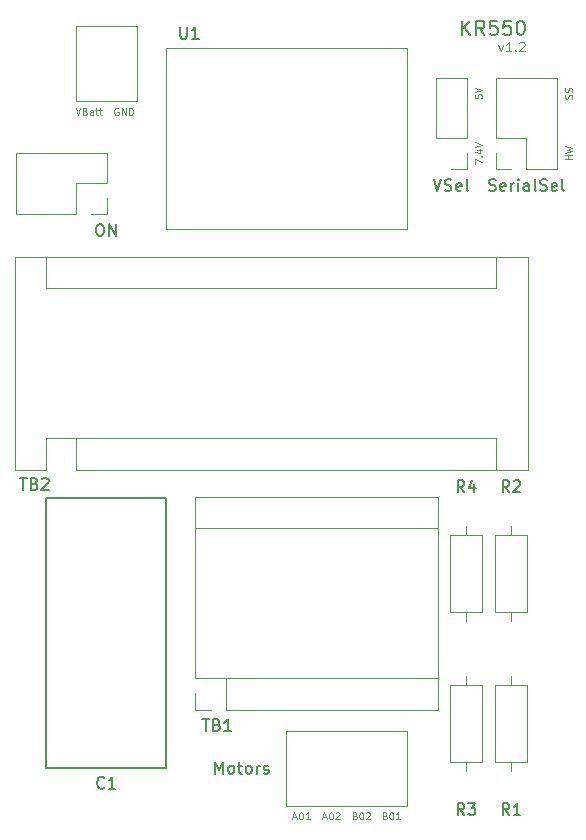
<source format=gto>
G04 #@! TF.GenerationSoftware,KiCad,Pcbnew,5.0.2+dfsg1-1~bpo9+1*
G04 #@! TF.CreationDate,2019-05-23T13:43:39+01:00*
G04 #@! TF.ProjectId,pcb01,70636230-312e-46b6-9963-61645f706362,rev?*
G04 #@! TF.SameCoordinates,Original*
G04 #@! TF.FileFunction,Legend,Top*
G04 #@! TF.FilePolarity,Positive*
%FSLAX46Y46*%
G04 Gerber Fmt 4.6, Leading zero omitted, Abs format (unit mm)*
G04 Created by KiCad (PCBNEW 5.0.2+dfsg1-1~bpo9+1) date Thu 23 May 2019 13:43:39 BST*
%MOMM*%
%LPD*%
G01*
G04 APERTURE LIST*
%ADD10C,0.100000*%
%ADD11C,0.150000*%
%ADD12C,0.120000*%
G04 APERTURE END LIST*
D10*
X137335000Y-45448571D02*
X137525476Y-45981904D01*
X137715952Y-45448571D01*
X138439761Y-45981904D02*
X137982619Y-45981904D01*
X138211190Y-45981904D02*
X138211190Y-45181904D01*
X138135000Y-45296190D01*
X138058809Y-45372380D01*
X137982619Y-45410476D01*
X138782619Y-45905714D02*
X138820714Y-45943809D01*
X138782619Y-45981904D01*
X138744523Y-45943809D01*
X138782619Y-45905714D01*
X138782619Y-45981904D01*
X139125476Y-45258095D02*
X139163571Y-45220000D01*
X139239761Y-45181904D01*
X139430238Y-45181904D01*
X139506428Y-45220000D01*
X139544523Y-45258095D01*
X139582619Y-45334285D01*
X139582619Y-45410476D01*
X139544523Y-45524761D01*
X139087380Y-45981904D01*
X139582619Y-45981904D01*
D11*
X134259642Y-44592857D02*
X134259642Y-43392857D01*
X134945357Y-44592857D02*
X134431071Y-43907142D01*
X134945357Y-43392857D02*
X134259642Y-44078571D01*
X136145357Y-44592857D02*
X135745357Y-44021428D01*
X135459642Y-44592857D02*
X135459642Y-43392857D01*
X135916785Y-43392857D01*
X136031071Y-43450000D01*
X136088214Y-43507142D01*
X136145357Y-43621428D01*
X136145357Y-43792857D01*
X136088214Y-43907142D01*
X136031071Y-43964285D01*
X135916785Y-44021428D01*
X135459642Y-44021428D01*
X137231071Y-43392857D02*
X136659642Y-43392857D01*
X136602500Y-43964285D01*
X136659642Y-43907142D01*
X136773928Y-43850000D01*
X137059642Y-43850000D01*
X137173928Y-43907142D01*
X137231071Y-43964285D01*
X137288214Y-44078571D01*
X137288214Y-44364285D01*
X137231071Y-44478571D01*
X137173928Y-44535714D01*
X137059642Y-44592857D01*
X136773928Y-44592857D01*
X136659642Y-44535714D01*
X136602500Y-44478571D01*
X138373928Y-43392857D02*
X137802500Y-43392857D01*
X137745357Y-43964285D01*
X137802500Y-43907142D01*
X137916785Y-43850000D01*
X138202500Y-43850000D01*
X138316785Y-43907142D01*
X138373928Y-43964285D01*
X138431071Y-44078571D01*
X138431071Y-44364285D01*
X138373928Y-44478571D01*
X138316785Y-44535714D01*
X138202500Y-44592857D01*
X137916785Y-44592857D01*
X137802500Y-44535714D01*
X137745357Y-44478571D01*
X139173928Y-43392857D02*
X139288214Y-43392857D01*
X139402500Y-43450000D01*
X139459642Y-43507142D01*
X139516785Y-43621428D01*
X139573928Y-43850000D01*
X139573928Y-44135714D01*
X139516785Y-44364285D01*
X139459642Y-44478571D01*
X139402500Y-44535714D01*
X139288214Y-44592857D01*
X139173928Y-44592857D01*
X139059642Y-44535714D01*
X139002500Y-44478571D01*
X138945357Y-44364285D01*
X138888214Y-44135714D01*
X138888214Y-43850000D01*
X138945357Y-43621428D01*
X139002500Y-43507142D01*
X139059642Y-43450000D01*
X139173928Y-43392857D01*
D10*
X127741428Y-110697142D02*
X127827142Y-110725714D01*
X127855714Y-110754285D01*
X127884285Y-110811428D01*
X127884285Y-110897142D01*
X127855714Y-110954285D01*
X127827142Y-110982857D01*
X127770000Y-111011428D01*
X127541428Y-111011428D01*
X127541428Y-110411428D01*
X127741428Y-110411428D01*
X127798571Y-110440000D01*
X127827142Y-110468571D01*
X127855714Y-110525714D01*
X127855714Y-110582857D01*
X127827142Y-110640000D01*
X127798571Y-110668571D01*
X127741428Y-110697142D01*
X127541428Y-110697142D01*
X128255714Y-110411428D02*
X128312857Y-110411428D01*
X128370000Y-110440000D01*
X128398571Y-110468571D01*
X128427142Y-110525714D01*
X128455714Y-110640000D01*
X128455714Y-110782857D01*
X128427142Y-110897142D01*
X128398571Y-110954285D01*
X128370000Y-110982857D01*
X128312857Y-111011428D01*
X128255714Y-111011428D01*
X128198571Y-110982857D01*
X128170000Y-110954285D01*
X128141428Y-110897142D01*
X128112857Y-110782857D01*
X128112857Y-110640000D01*
X128141428Y-110525714D01*
X128170000Y-110468571D01*
X128198571Y-110440000D01*
X128255714Y-110411428D01*
X129027142Y-111011428D02*
X128684285Y-111011428D01*
X128855714Y-111011428D02*
X128855714Y-110411428D01*
X128798571Y-110497142D01*
X128741428Y-110554285D01*
X128684285Y-110582857D01*
X125201428Y-110697142D02*
X125287142Y-110725714D01*
X125315714Y-110754285D01*
X125344285Y-110811428D01*
X125344285Y-110897142D01*
X125315714Y-110954285D01*
X125287142Y-110982857D01*
X125230000Y-111011428D01*
X125001428Y-111011428D01*
X125001428Y-110411428D01*
X125201428Y-110411428D01*
X125258571Y-110440000D01*
X125287142Y-110468571D01*
X125315714Y-110525714D01*
X125315714Y-110582857D01*
X125287142Y-110640000D01*
X125258571Y-110668571D01*
X125201428Y-110697142D01*
X125001428Y-110697142D01*
X125715714Y-110411428D02*
X125772857Y-110411428D01*
X125830000Y-110440000D01*
X125858571Y-110468571D01*
X125887142Y-110525714D01*
X125915714Y-110640000D01*
X125915714Y-110782857D01*
X125887142Y-110897142D01*
X125858571Y-110954285D01*
X125830000Y-110982857D01*
X125772857Y-111011428D01*
X125715714Y-111011428D01*
X125658571Y-110982857D01*
X125630000Y-110954285D01*
X125601428Y-110897142D01*
X125572857Y-110782857D01*
X125572857Y-110640000D01*
X125601428Y-110525714D01*
X125630000Y-110468571D01*
X125658571Y-110440000D01*
X125715714Y-110411428D01*
X126144285Y-110468571D02*
X126172857Y-110440000D01*
X126230000Y-110411428D01*
X126372857Y-110411428D01*
X126430000Y-110440000D01*
X126458571Y-110468571D01*
X126487142Y-110525714D01*
X126487142Y-110582857D01*
X126458571Y-110668571D01*
X126115714Y-111011428D01*
X126487142Y-111011428D01*
X122475714Y-110840000D02*
X122761428Y-110840000D01*
X122418571Y-111011428D02*
X122618571Y-110411428D01*
X122818571Y-111011428D01*
X123132857Y-110411428D02*
X123190000Y-110411428D01*
X123247142Y-110440000D01*
X123275714Y-110468571D01*
X123304285Y-110525714D01*
X123332857Y-110640000D01*
X123332857Y-110782857D01*
X123304285Y-110897142D01*
X123275714Y-110954285D01*
X123247142Y-110982857D01*
X123190000Y-111011428D01*
X123132857Y-111011428D01*
X123075714Y-110982857D01*
X123047142Y-110954285D01*
X123018571Y-110897142D01*
X122990000Y-110782857D01*
X122990000Y-110640000D01*
X123018571Y-110525714D01*
X123047142Y-110468571D01*
X123075714Y-110440000D01*
X123132857Y-110411428D01*
X123561428Y-110468571D02*
X123590000Y-110440000D01*
X123647142Y-110411428D01*
X123790000Y-110411428D01*
X123847142Y-110440000D01*
X123875714Y-110468571D01*
X123904285Y-110525714D01*
X123904285Y-110582857D01*
X123875714Y-110668571D01*
X123532857Y-111011428D01*
X123904285Y-111011428D01*
X119935714Y-110840000D02*
X120221428Y-110840000D01*
X119878571Y-111011428D02*
X120078571Y-110411428D01*
X120278571Y-111011428D01*
X120592857Y-110411428D02*
X120650000Y-110411428D01*
X120707142Y-110440000D01*
X120735714Y-110468571D01*
X120764285Y-110525714D01*
X120792857Y-110640000D01*
X120792857Y-110782857D01*
X120764285Y-110897142D01*
X120735714Y-110954285D01*
X120707142Y-110982857D01*
X120650000Y-111011428D01*
X120592857Y-111011428D01*
X120535714Y-110982857D01*
X120507142Y-110954285D01*
X120478571Y-110897142D01*
X120450000Y-110782857D01*
X120450000Y-110640000D01*
X120478571Y-110525714D01*
X120507142Y-110468571D01*
X120535714Y-110440000D01*
X120592857Y-110411428D01*
X121364285Y-111011428D02*
X121021428Y-111011428D01*
X121192857Y-111011428D02*
X121192857Y-110411428D01*
X121135714Y-110497142D01*
X121078571Y-110554285D01*
X121021428Y-110582857D01*
D11*
X113365595Y-107132380D02*
X113365595Y-106132380D01*
X113698928Y-106846666D01*
X114032261Y-106132380D01*
X114032261Y-107132380D01*
X114651309Y-107132380D02*
X114556071Y-107084761D01*
X114508452Y-107037142D01*
X114460833Y-106941904D01*
X114460833Y-106656190D01*
X114508452Y-106560952D01*
X114556071Y-106513333D01*
X114651309Y-106465714D01*
X114794166Y-106465714D01*
X114889404Y-106513333D01*
X114937023Y-106560952D01*
X114984642Y-106656190D01*
X114984642Y-106941904D01*
X114937023Y-107037142D01*
X114889404Y-107084761D01*
X114794166Y-107132380D01*
X114651309Y-107132380D01*
X115270357Y-106465714D02*
X115651309Y-106465714D01*
X115413214Y-106132380D02*
X115413214Y-106989523D01*
X115460833Y-107084761D01*
X115556071Y-107132380D01*
X115651309Y-107132380D01*
X116127500Y-107132380D02*
X116032261Y-107084761D01*
X115984642Y-107037142D01*
X115937023Y-106941904D01*
X115937023Y-106656190D01*
X115984642Y-106560952D01*
X116032261Y-106513333D01*
X116127500Y-106465714D01*
X116270357Y-106465714D01*
X116365595Y-106513333D01*
X116413214Y-106560952D01*
X116460833Y-106656190D01*
X116460833Y-106941904D01*
X116413214Y-107037142D01*
X116365595Y-107084761D01*
X116270357Y-107132380D01*
X116127500Y-107132380D01*
X116889404Y-107132380D02*
X116889404Y-106465714D01*
X116889404Y-106656190D02*
X116937023Y-106560952D01*
X116984642Y-106513333D01*
X117079880Y-106465714D01*
X117175119Y-106465714D01*
X117460833Y-107084761D02*
X117556071Y-107132380D01*
X117746547Y-107132380D01*
X117841785Y-107084761D01*
X117889404Y-106989523D01*
X117889404Y-106941904D01*
X117841785Y-106846666D01*
X117746547Y-106799047D01*
X117603690Y-106799047D01*
X117508452Y-106751428D01*
X117460833Y-106656190D01*
X117460833Y-106608571D01*
X117508452Y-106513333D01*
X117603690Y-106465714D01*
X117746547Y-106465714D01*
X117841785Y-106513333D01*
D10*
X135361428Y-55495714D02*
X135361428Y-55095714D01*
X135961428Y-55352857D01*
X135904285Y-54867142D02*
X135932857Y-54838571D01*
X135961428Y-54867142D01*
X135932857Y-54895714D01*
X135904285Y-54867142D01*
X135961428Y-54867142D01*
X135561428Y-54324285D02*
X135961428Y-54324285D01*
X135332857Y-54467142D02*
X135761428Y-54610000D01*
X135761428Y-54238571D01*
X135361428Y-54095714D02*
X135961428Y-53895714D01*
X135361428Y-53695714D01*
X135361428Y-49644285D02*
X135361428Y-49930000D01*
X135647142Y-49958571D01*
X135618571Y-49930000D01*
X135590000Y-49872857D01*
X135590000Y-49730000D01*
X135618571Y-49672857D01*
X135647142Y-49644285D01*
X135704285Y-49615714D01*
X135847142Y-49615714D01*
X135904285Y-49644285D01*
X135932857Y-49672857D01*
X135961428Y-49730000D01*
X135961428Y-49872857D01*
X135932857Y-49930000D01*
X135904285Y-49958571D01*
X135361428Y-49444285D02*
X135961428Y-49244285D01*
X135361428Y-49044285D01*
D11*
X131850000Y-56802380D02*
X132183333Y-57802380D01*
X132516666Y-56802380D01*
X132802380Y-57754761D02*
X132945238Y-57802380D01*
X133183333Y-57802380D01*
X133278571Y-57754761D01*
X133326190Y-57707142D01*
X133373809Y-57611904D01*
X133373809Y-57516666D01*
X133326190Y-57421428D01*
X133278571Y-57373809D01*
X133183333Y-57326190D01*
X132992857Y-57278571D01*
X132897619Y-57230952D01*
X132850000Y-57183333D01*
X132802380Y-57088095D01*
X132802380Y-56992857D01*
X132850000Y-56897619D01*
X132897619Y-56850000D01*
X132992857Y-56802380D01*
X133230952Y-56802380D01*
X133373809Y-56850000D01*
X134183333Y-57754761D02*
X134088095Y-57802380D01*
X133897619Y-57802380D01*
X133802380Y-57754761D01*
X133754761Y-57659523D01*
X133754761Y-57278571D01*
X133802380Y-57183333D01*
X133897619Y-57135714D01*
X134088095Y-57135714D01*
X134183333Y-57183333D01*
X134230952Y-57278571D01*
X134230952Y-57373809D01*
X133754761Y-57469047D01*
X134802380Y-57802380D02*
X134707142Y-57754761D01*
X134659523Y-57659523D01*
X134659523Y-56802380D01*
X136557142Y-57754761D02*
X136700000Y-57802380D01*
X136938095Y-57802380D01*
X137033333Y-57754761D01*
X137080952Y-57707142D01*
X137128571Y-57611904D01*
X137128571Y-57516666D01*
X137080952Y-57421428D01*
X137033333Y-57373809D01*
X136938095Y-57326190D01*
X136747619Y-57278571D01*
X136652380Y-57230952D01*
X136604761Y-57183333D01*
X136557142Y-57088095D01*
X136557142Y-56992857D01*
X136604761Y-56897619D01*
X136652380Y-56850000D01*
X136747619Y-56802380D01*
X136985714Y-56802380D01*
X137128571Y-56850000D01*
X137938095Y-57754761D02*
X137842857Y-57802380D01*
X137652380Y-57802380D01*
X137557142Y-57754761D01*
X137509523Y-57659523D01*
X137509523Y-57278571D01*
X137557142Y-57183333D01*
X137652380Y-57135714D01*
X137842857Y-57135714D01*
X137938095Y-57183333D01*
X137985714Y-57278571D01*
X137985714Y-57373809D01*
X137509523Y-57469047D01*
X138414285Y-57802380D02*
X138414285Y-57135714D01*
X138414285Y-57326190D02*
X138461904Y-57230952D01*
X138509523Y-57183333D01*
X138604761Y-57135714D01*
X138700000Y-57135714D01*
X139033333Y-57802380D02*
X139033333Y-57135714D01*
X139033333Y-56802380D02*
X138985714Y-56850000D01*
X139033333Y-56897619D01*
X139080952Y-56850000D01*
X139033333Y-56802380D01*
X139033333Y-56897619D01*
X139938095Y-57802380D02*
X139938095Y-57278571D01*
X139890476Y-57183333D01*
X139795238Y-57135714D01*
X139604761Y-57135714D01*
X139509523Y-57183333D01*
X139938095Y-57754761D02*
X139842857Y-57802380D01*
X139604761Y-57802380D01*
X139509523Y-57754761D01*
X139461904Y-57659523D01*
X139461904Y-57564285D01*
X139509523Y-57469047D01*
X139604761Y-57421428D01*
X139842857Y-57421428D01*
X139938095Y-57373809D01*
X140557142Y-57802380D02*
X140461904Y-57754761D01*
X140414285Y-57659523D01*
X140414285Y-56802380D01*
X140890476Y-57754761D02*
X141033333Y-57802380D01*
X141271428Y-57802380D01*
X141366666Y-57754761D01*
X141414285Y-57707142D01*
X141461904Y-57611904D01*
X141461904Y-57516666D01*
X141414285Y-57421428D01*
X141366666Y-57373809D01*
X141271428Y-57326190D01*
X141080952Y-57278571D01*
X140985714Y-57230952D01*
X140938095Y-57183333D01*
X140890476Y-57088095D01*
X140890476Y-56992857D01*
X140938095Y-56897619D01*
X140985714Y-56850000D01*
X141080952Y-56802380D01*
X141319047Y-56802380D01*
X141461904Y-56850000D01*
X142271428Y-57754761D02*
X142176190Y-57802380D01*
X141985714Y-57802380D01*
X141890476Y-57754761D01*
X141842857Y-57659523D01*
X141842857Y-57278571D01*
X141890476Y-57183333D01*
X141985714Y-57135714D01*
X142176190Y-57135714D01*
X142271428Y-57183333D01*
X142319047Y-57278571D01*
X142319047Y-57373809D01*
X141842857Y-57469047D01*
X142890476Y-57802380D02*
X142795238Y-57754761D01*
X142747619Y-57659523D01*
X142747619Y-56802380D01*
D10*
X143552857Y-49987142D02*
X143581428Y-49901428D01*
X143581428Y-49758571D01*
X143552857Y-49701428D01*
X143524285Y-49672857D01*
X143467142Y-49644285D01*
X143410000Y-49644285D01*
X143352857Y-49672857D01*
X143324285Y-49701428D01*
X143295714Y-49758571D01*
X143267142Y-49872857D01*
X143238571Y-49930000D01*
X143210000Y-49958571D01*
X143152857Y-49987142D01*
X143095714Y-49987142D01*
X143038571Y-49958571D01*
X143010000Y-49930000D01*
X142981428Y-49872857D01*
X142981428Y-49730000D01*
X143010000Y-49644285D01*
X143552857Y-49415714D02*
X143581428Y-49330000D01*
X143581428Y-49187142D01*
X143552857Y-49130000D01*
X143524285Y-49101428D01*
X143467142Y-49072857D01*
X143410000Y-49072857D01*
X143352857Y-49101428D01*
X143324285Y-49130000D01*
X143295714Y-49187142D01*
X143267142Y-49301428D01*
X143238571Y-49358571D01*
X143210000Y-49387142D01*
X143152857Y-49415714D01*
X143095714Y-49415714D01*
X143038571Y-49387142D01*
X143010000Y-49358571D01*
X142981428Y-49301428D01*
X142981428Y-49158571D01*
X143010000Y-49072857D01*
X143581428Y-55124285D02*
X142981428Y-55124285D01*
X143267142Y-55124285D02*
X143267142Y-54781428D01*
X143581428Y-54781428D02*
X142981428Y-54781428D01*
X142981428Y-54552857D02*
X143581428Y-54410000D01*
X143152857Y-54295714D01*
X143581428Y-54181428D01*
X142981428Y-54038571D01*
D11*
X103520952Y-60612380D02*
X103711428Y-60612380D01*
X103806666Y-60660000D01*
X103901904Y-60755238D01*
X103949523Y-60945714D01*
X103949523Y-61279047D01*
X103901904Y-61469523D01*
X103806666Y-61564761D01*
X103711428Y-61612380D01*
X103520952Y-61612380D01*
X103425714Y-61564761D01*
X103330476Y-61469523D01*
X103282857Y-61279047D01*
X103282857Y-60945714D01*
X103330476Y-60755238D01*
X103425714Y-60660000D01*
X103520952Y-60612380D01*
X104378095Y-61612380D02*
X104378095Y-60612380D01*
X104949523Y-61612380D01*
X104949523Y-60612380D01*
D10*
X105152857Y-50800000D02*
X105095714Y-50771428D01*
X105010000Y-50771428D01*
X104924285Y-50800000D01*
X104867142Y-50857142D01*
X104838571Y-50914285D01*
X104810000Y-51028571D01*
X104810000Y-51114285D01*
X104838571Y-51228571D01*
X104867142Y-51285714D01*
X104924285Y-51342857D01*
X105010000Y-51371428D01*
X105067142Y-51371428D01*
X105152857Y-51342857D01*
X105181428Y-51314285D01*
X105181428Y-51114285D01*
X105067142Y-51114285D01*
X105438571Y-51371428D02*
X105438571Y-50771428D01*
X105781428Y-51371428D01*
X105781428Y-50771428D01*
X106067142Y-51371428D02*
X106067142Y-50771428D01*
X106210000Y-50771428D01*
X106295714Y-50800000D01*
X106352857Y-50857142D01*
X106381428Y-50914285D01*
X106410000Y-51028571D01*
X106410000Y-51114285D01*
X106381428Y-51228571D01*
X106352857Y-51285714D01*
X106295714Y-51342857D01*
X106210000Y-51371428D01*
X106067142Y-51371428D01*
X101555714Y-50771428D02*
X101755714Y-51371428D01*
X101955714Y-50771428D01*
X102355714Y-51057142D02*
X102441428Y-51085714D01*
X102470000Y-51114285D01*
X102498571Y-51171428D01*
X102498571Y-51257142D01*
X102470000Y-51314285D01*
X102441428Y-51342857D01*
X102384285Y-51371428D01*
X102155714Y-51371428D01*
X102155714Y-50771428D01*
X102355714Y-50771428D01*
X102412857Y-50800000D01*
X102441428Y-50828571D01*
X102470000Y-50885714D01*
X102470000Y-50942857D01*
X102441428Y-51000000D01*
X102412857Y-51028571D01*
X102355714Y-51057142D01*
X102155714Y-51057142D01*
X103012857Y-51371428D02*
X103012857Y-51057142D01*
X102984285Y-51000000D01*
X102927142Y-50971428D01*
X102812857Y-50971428D01*
X102755714Y-51000000D01*
X103012857Y-51342857D02*
X102955714Y-51371428D01*
X102812857Y-51371428D01*
X102755714Y-51342857D01*
X102727142Y-51285714D01*
X102727142Y-51228571D01*
X102755714Y-51171428D01*
X102812857Y-51142857D01*
X102955714Y-51142857D01*
X103012857Y-51114285D01*
X103212857Y-50971428D02*
X103441428Y-50971428D01*
X103298571Y-50771428D02*
X103298571Y-51285714D01*
X103327142Y-51342857D01*
X103384285Y-51371428D01*
X103441428Y-51371428D01*
X103555714Y-50971428D02*
X103784285Y-50971428D01*
X103641428Y-50771428D02*
X103641428Y-51285714D01*
X103670000Y-51342857D01*
X103727142Y-51371428D01*
X103784285Y-51371428D01*
D12*
G04 #@! TO.C,TB2*
X101600000Y-78740000D02*
X99060000Y-78740000D01*
X99060000Y-78740000D02*
X99060000Y-81410000D01*
X101600000Y-81410000D02*
X139830000Y-81410000D01*
X96390000Y-81410000D02*
X99060000Y-81410000D01*
X99060000Y-66040000D02*
X99060000Y-63370000D01*
X99060000Y-66040000D02*
X137160000Y-66040000D01*
X137160000Y-66040000D02*
X137160000Y-63370000D01*
X101600000Y-78740000D02*
X101600000Y-81410000D01*
X101600000Y-78740000D02*
X137160000Y-78740000D01*
X137160000Y-78740000D02*
X137160000Y-81410000D01*
X139830000Y-81410000D02*
X139830000Y-63370000D01*
X139830000Y-63370000D02*
X96390000Y-63370000D01*
X96390000Y-63370000D02*
X96390000Y-81410000D01*
D11*
G04 #@! TO.C,C1*
X99060000Y-83820000D02*
X99060000Y-106680000D01*
X109220000Y-106680000D02*
X109220000Y-83820000D01*
X109220000Y-106680000D02*
X99060000Y-106680000D01*
X99060000Y-83820000D02*
X109220000Y-83820000D01*
X99060000Y-86360000D02*
X99060000Y-86360000D01*
D12*
G04 #@! TO.C,J1*
X119320000Y-109850000D02*
X119320000Y-103510000D01*
X119320000Y-103510000D02*
X129600000Y-103510000D01*
X119320000Y-109850000D02*
X129600000Y-109850000D01*
X129600000Y-109850000D02*
X129600000Y-103510000D01*
G04 #@! TO.C,J3*
X106740000Y-50160000D02*
X106740000Y-43820000D01*
X101540000Y-50160000D02*
X106740000Y-50160000D01*
X101540000Y-43820000D02*
X106740000Y-43820000D01*
X101540000Y-50160000D02*
X101540000Y-43820000D01*
G04 #@! TO.C,TB1*
X111630000Y-86360000D02*
X132210000Y-86360000D01*
X114300000Y-99060000D02*
X132210000Y-99060000D01*
X111630000Y-100330000D02*
X111630000Y-101730000D01*
X111630000Y-101730000D02*
X113030000Y-101730000D01*
X111630000Y-99060000D02*
X114300000Y-99060000D01*
X114300000Y-99060000D02*
X114300000Y-101730000D01*
X114300000Y-101730000D02*
X132210000Y-101730000D01*
X132210000Y-101730000D02*
X132210000Y-83690000D01*
X132210000Y-83690000D02*
X111630000Y-83690000D01*
X111630000Y-83690000D02*
X111630000Y-99060000D01*
G04 #@! TO.C,U1*
X129600000Y-45660000D02*
X129600000Y-61020000D01*
X129600000Y-61020000D02*
X109160000Y-61020000D01*
X129600000Y-45660000D02*
X109160000Y-45660000D01*
X109160000Y-45660000D02*
X109160000Y-61020000D01*
G04 #@! TO.C,J2*
X134680000Y-48200000D02*
X132020000Y-48200000D01*
X134680000Y-53340000D02*
X134680000Y-48200000D01*
X132020000Y-53340000D02*
X132020000Y-48200000D01*
X134680000Y-53340000D02*
X132020000Y-53340000D01*
X134680000Y-54610000D02*
X134680000Y-55940000D01*
X134680000Y-55940000D02*
X133350000Y-55940000D01*
G04 #@! TO.C,SW2*
X137100000Y-48200000D02*
X142300000Y-48200000D01*
X137100000Y-53340000D02*
X137100000Y-48200000D01*
X142300000Y-55940000D02*
X142300000Y-48200000D01*
X137100000Y-53340000D02*
X139700000Y-53340000D01*
X139700000Y-53340000D02*
X139700000Y-55940000D01*
X139700000Y-55940000D02*
X142300000Y-55940000D01*
X137100000Y-54610000D02*
X137100000Y-55940000D01*
X137100000Y-55940000D02*
X138430000Y-55940000D01*
G04 #@! TO.C,SW1*
X96460000Y-59750000D02*
X96460000Y-54550000D01*
X101600000Y-59750000D02*
X96460000Y-59750000D01*
X104200000Y-54550000D02*
X96460000Y-54550000D01*
X101600000Y-59750000D02*
X101600000Y-57150000D01*
X101600000Y-57150000D02*
X104200000Y-57150000D01*
X104200000Y-57150000D02*
X104200000Y-54550000D01*
X102870000Y-59750000D02*
X104200000Y-59750000D01*
X104200000Y-59750000D02*
X104200000Y-58420000D01*
G04 #@! TO.C,R1*
X138430000Y-106910000D02*
X138430000Y-106140000D01*
X138430000Y-98830000D02*
X138430000Y-99600000D01*
X139800000Y-106140000D02*
X139800000Y-99600000D01*
X137060000Y-106140000D02*
X139800000Y-106140000D01*
X137060000Y-99600000D02*
X137060000Y-106140000D01*
X139800000Y-99600000D02*
X137060000Y-99600000D01*
G04 #@! TO.C,R2*
X139800000Y-86900000D02*
X137060000Y-86900000D01*
X137060000Y-86900000D02*
X137060000Y-93440000D01*
X137060000Y-93440000D02*
X139800000Y-93440000D01*
X139800000Y-93440000D02*
X139800000Y-86900000D01*
X138430000Y-86130000D02*
X138430000Y-86900000D01*
X138430000Y-94210000D02*
X138430000Y-93440000D01*
G04 #@! TO.C,R3*
X134620000Y-106910000D02*
X134620000Y-106140000D01*
X134620000Y-98830000D02*
X134620000Y-99600000D01*
X135990000Y-106140000D02*
X135990000Y-99600000D01*
X133250000Y-106140000D02*
X135990000Y-106140000D01*
X133250000Y-99600000D02*
X133250000Y-106140000D01*
X135990000Y-99600000D02*
X133250000Y-99600000D01*
G04 #@! TO.C,R4*
X135990000Y-86900000D02*
X133250000Y-86900000D01*
X133250000Y-86900000D02*
X133250000Y-93440000D01*
X133250000Y-93440000D02*
X135990000Y-93440000D01*
X135990000Y-93440000D02*
X135990000Y-86900000D01*
X134620000Y-86130000D02*
X134620000Y-86900000D01*
X134620000Y-94210000D02*
X134620000Y-93440000D01*
G04 #@! TO.C,TB2*
D11*
X96828095Y-82102380D02*
X97399523Y-82102380D01*
X97113809Y-83102380D02*
X97113809Y-82102380D01*
X98066190Y-82578571D02*
X98209047Y-82626190D01*
X98256666Y-82673809D01*
X98304285Y-82769047D01*
X98304285Y-82911904D01*
X98256666Y-83007142D01*
X98209047Y-83054761D01*
X98113809Y-83102380D01*
X97732857Y-83102380D01*
X97732857Y-82102380D01*
X98066190Y-82102380D01*
X98161428Y-82150000D01*
X98209047Y-82197619D01*
X98256666Y-82292857D01*
X98256666Y-82388095D01*
X98209047Y-82483333D01*
X98161428Y-82530952D01*
X98066190Y-82578571D01*
X97732857Y-82578571D01*
X98685238Y-82197619D02*
X98732857Y-82150000D01*
X98828095Y-82102380D01*
X99066190Y-82102380D01*
X99161428Y-82150000D01*
X99209047Y-82197619D01*
X99256666Y-82292857D01*
X99256666Y-82388095D01*
X99209047Y-82530952D01*
X98637619Y-83102380D01*
X99256666Y-83102380D01*
G04 #@! TO.C,C1*
X103973333Y-108307142D02*
X103925714Y-108354761D01*
X103782857Y-108402380D01*
X103687619Y-108402380D01*
X103544761Y-108354761D01*
X103449523Y-108259523D01*
X103401904Y-108164285D01*
X103354285Y-107973809D01*
X103354285Y-107830952D01*
X103401904Y-107640476D01*
X103449523Y-107545238D01*
X103544761Y-107450000D01*
X103687619Y-107402380D01*
X103782857Y-107402380D01*
X103925714Y-107450000D01*
X103973333Y-107497619D01*
X104925714Y-108402380D02*
X104354285Y-108402380D01*
X104640000Y-108402380D02*
X104640000Y-107402380D01*
X104544761Y-107545238D01*
X104449523Y-107640476D01*
X104354285Y-107688095D01*
G04 #@! TO.C,TB1*
X112268095Y-102522380D02*
X112839523Y-102522380D01*
X112553809Y-103522380D02*
X112553809Y-102522380D01*
X113506190Y-102998571D02*
X113649047Y-103046190D01*
X113696666Y-103093809D01*
X113744285Y-103189047D01*
X113744285Y-103331904D01*
X113696666Y-103427142D01*
X113649047Y-103474761D01*
X113553809Y-103522380D01*
X113172857Y-103522380D01*
X113172857Y-102522380D01*
X113506190Y-102522380D01*
X113601428Y-102570000D01*
X113649047Y-102617619D01*
X113696666Y-102712857D01*
X113696666Y-102808095D01*
X113649047Y-102903333D01*
X113601428Y-102950952D01*
X113506190Y-102998571D01*
X113172857Y-102998571D01*
X114696666Y-103522380D02*
X114125238Y-103522380D01*
X114410952Y-103522380D02*
X114410952Y-102522380D01*
X114315714Y-102665238D01*
X114220476Y-102760476D01*
X114125238Y-102808095D01*
G04 #@! TO.C,U1*
X110398095Y-43902380D02*
X110398095Y-44711904D01*
X110445714Y-44807142D01*
X110493333Y-44854761D01*
X110588571Y-44902380D01*
X110779047Y-44902380D01*
X110874285Y-44854761D01*
X110921904Y-44807142D01*
X110969523Y-44711904D01*
X110969523Y-43902380D01*
X111969523Y-44902380D02*
X111398095Y-44902380D01*
X111683809Y-44902380D02*
X111683809Y-43902380D01*
X111588571Y-44045238D01*
X111493333Y-44140476D01*
X111398095Y-44188095D01*
G04 #@! TO.C,*
G04 #@! TO.C,R1*
X138263333Y-110642380D02*
X137930000Y-110166190D01*
X137691904Y-110642380D02*
X137691904Y-109642380D01*
X138072857Y-109642380D01*
X138168095Y-109690000D01*
X138215714Y-109737619D01*
X138263333Y-109832857D01*
X138263333Y-109975714D01*
X138215714Y-110070952D01*
X138168095Y-110118571D01*
X138072857Y-110166190D01*
X137691904Y-110166190D01*
X139215714Y-110642380D02*
X138644285Y-110642380D01*
X138930000Y-110642380D02*
X138930000Y-109642380D01*
X138834761Y-109785238D01*
X138739523Y-109880476D01*
X138644285Y-109928095D01*
G04 #@! TO.C,R2*
X138263333Y-83302380D02*
X137930000Y-82826190D01*
X137691904Y-83302380D02*
X137691904Y-82302380D01*
X138072857Y-82302380D01*
X138168095Y-82350000D01*
X138215714Y-82397619D01*
X138263333Y-82492857D01*
X138263333Y-82635714D01*
X138215714Y-82730952D01*
X138168095Y-82778571D01*
X138072857Y-82826190D01*
X137691904Y-82826190D01*
X138644285Y-82397619D02*
X138691904Y-82350000D01*
X138787142Y-82302380D01*
X139025238Y-82302380D01*
X139120476Y-82350000D01*
X139168095Y-82397619D01*
X139215714Y-82492857D01*
X139215714Y-82588095D01*
X139168095Y-82730952D01*
X138596666Y-83302380D01*
X139215714Y-83302380D01*
G04 #@! TO.C,*
G04 #@! TO.C,R3*
X134453333Y-110642380D02*
X134120000Y-110166190D01*
X133881904Y-110642380D02*
X133881904Y-109642380D01*
X134262857Y-109642380D01*
X134358095Y-109690000D01*
X134405714Y-109737619D01*
X134453333Y-109832857D01*
X134453333Y-109975714D01*
X134405714Y-110070952D01*
X134358095Y-110118571D01*
X134262857Y-110166190D01*
X133881904Y-110166190D01*
X134786666Y-109642380D02*
X135405714Y-109642380D01*
X135072380Y-110023333D01*
X135215238Y-110023333D01*
X135310476Y-110070952D01*
X135358095Y-110118571D01*
X135405714Y-110213809D01*
X135405714Y-110451904D01*
X135358095Y-110547142D01*
X135310476Y-110594761D01*
X135215238Y-110642380D01*
X134929523Y-110642380D01*
X134834285Y-110594761D01*
X134786666Y-110547142D01*
G04 #@! TO.C,R4*
X134453333Y-83302380D02*
X134120000Y-82826190D01*
X133881904Y-83302380D02*
X133881904Y-82302380D01*
X134262857Y-82302380D01*
X134358095Y-82350000D01*
X134405714Y-82397619D01*
X134453333Y-82492857D01*
X134453333Y-82635714D01*
X134405714Y-82730952D01*
X134358095Y-82778571D01*
X134262857Y-82826190D01*
X133881904Y-82826190D01*
X135310476Y-82635714D02*
X135310476Y-83302380D01*
X135072380Y-82254761D02*
X134834285Y-82969047D01*
X135453333Y-82969047D01*
G04 #@! TD*
M02*

</source>
